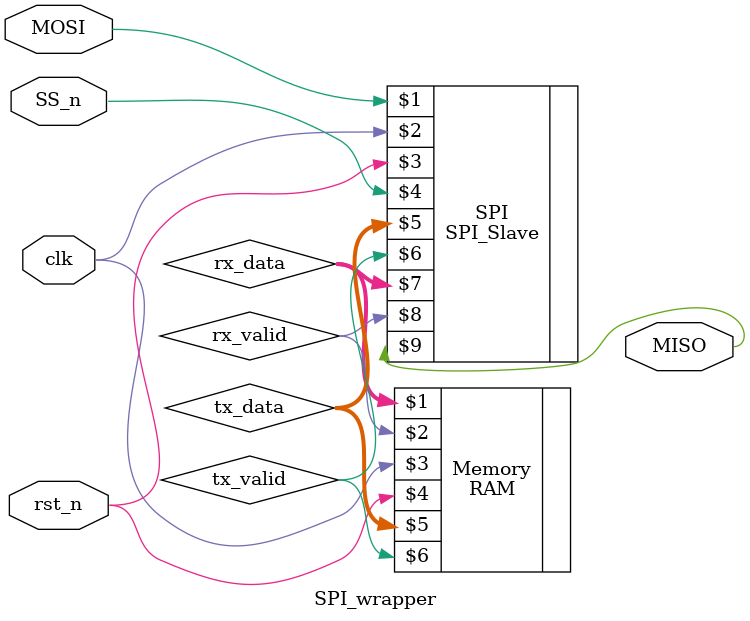
<source format=v>
module SPI_wrapper(input MOSI,
				   input SS_n,
				   input clk,
				   input rst_n,
				   output MISO);



wire[7:0] tx_data;
wire tx_valid;
wire[9:0] rx_data;
wire rx_valid;


SPI_Slave SPI(MOSI,clk,rst_n,SS_n,tx_data,tx_valid,rx_data,rx_valid,MISO);

RAM Memory(rx_data,rx_valid,clk,rst_n,tx_data,tx_valid);





endmodule
</source>
